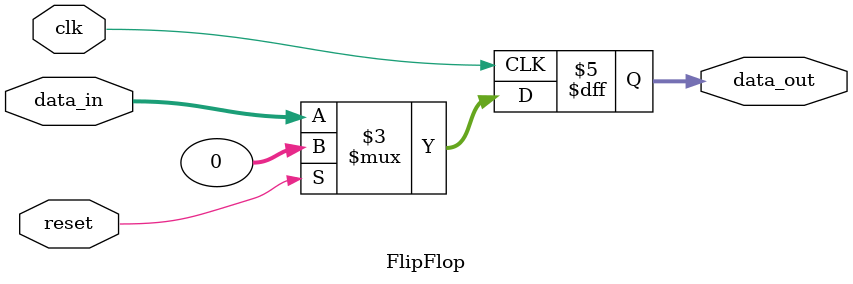
<source format=sv>
module FlipFlop #( parameter WIDTH = 32)
                 (input logic clk, reset,
                  input logic [WIDTH-1:0] data_in,
                  output logic [WIDTH-1:0] data_out);
always_ff @(posedge clk) begin
    if (reset)
        data_out <= '0;
    else
        data_out <= data_in;
end
endmodule
</source>
